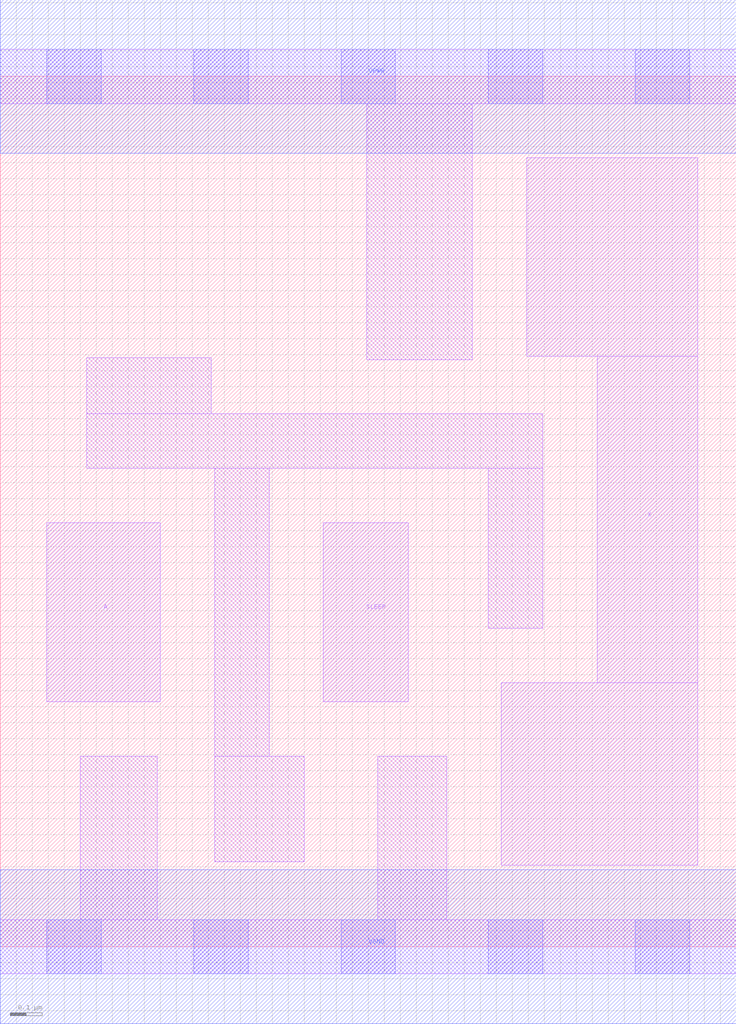
<source format=lef>
# Copyright 2020 The SkyWater PDK Authors
#
# Licensed under the Apache License, Version 2.0 (the "License");
# you may not use this file except in compliance with the License.
# You may obtain a copy of the License at
#
#     https://www.apache.org/licenses/LICENSE-2.0
#
# Unless required by applicable law or agreed to in writing, software
# distributed under the License is distributed on an "AS IS" BASIS,
# WITHOUT WARRANTIES OR CONDITIONS OF ANY KIND, either express or implied.
# See the License for the specific language governing permissions and
# limitations under the License.
#
# SPDX-License-Identifier: Apache-2.0

VERSION 5.7 ;
  NAMESCASESENSITIVE ON ;
  NOWIREEXTENSIONATPIN ON ;
  DIVIDERCHAR "/" ;
  BUSBITCHARS "[]" ;
UNITS
  DATABASE MICRONS 200 ;
END UNITS
MACRO sky130_fd_sc_hd__lpflow_inputiso1p_1
  CLASS CORE ;
  SOURCE USER ;
  FOREIGN sky130_fd_sc_hd__lpflow_inputiso1p_1 ;
  ORIGIN  0.000000  0.000000 ;
  SIZE  2.300000 BY  2.720000 ;
  SYMMETRY X Y R90 ;
  SITE unithd ;
  PIN A
    ANTENNAGATEAREA  0.126000 ;
    DIRECTION INPUT ;
    USE SIGNAL ;
    PORT
      LAYER li1 ;
        RECT 0.145000 0.765000 0.500000 1.325000 ;
    END
  END A
  PIN SLEEP
    ANTENNAGATEAREA  0.126000 ;
    DIRECTION INPUT ;
    USE SIGNAL ;
    PORT
      LAYER li1 ;
        RECT 1.010000 0.765000 1.275000 1.325000 ;
    END
  END SLEEP
  PIN X
    ANTENNADIFFAREA  0.509000 ;
    DIRECTION OUTPUT ;
    USE SIGNAL ;
    PORT
      LAYER li1 ;
        RECT 1.565000 0.255000 2.180000 0.825000 ;
        RECT 1.645000 1.845000 2.180000 2.465000 ;
        RECT 1.865000 0.825000 2.180000 1.845000 ;
    END
  END X
  PIN VGND
    DIRECTION INOUT ;
    SHAPE ABUTMENT ;
    USE GROUND ;
    PORT
      LAYER met1 ;
        RECT 0.000000 -0.240000 2.300000 0.240000 ;
    END
  END VGND
  PIN VPWR
    DIRECTION INOUT ;
    SHAPE ABUTMENT ;
    USE POWER ;
    PORT
      LAYER met1 ;
        RECT 0.000000 2.480000 2.300000 2.960000 ;
    END
  END VPWR
  OBS
    LAYER li1 ;
      RECT 0.000000 -0.085000 2.300000 0.085000 ;
      RECT 0.000000  2.635000 2.300000 2.805000 ;
      RECT 0.250000  0.085000 0.490000 0.595000 ;
      RECT 0.270000  1.495000 1.695000 1.665000 ;
      RECT 0.270000  1.665000 0.660000 1.840000 ;
      RECT 0.670000  0.265000 0.950000 0.595000 ;
      RECT 0.670000  0.595000 0.840000 1.495000 ;
      RECT 1.145000  1.835000 1.475000 2.635000 ;
      RECT 1.180000  0.085000 1.395000 0.595000 ;
      RECT 1.525000  0.995000 1.695000 1.495000 ;
    LAYER mcon ;
      RECT 0.145000 -0.085000 0.315000 0.085000 ;
      RECT 0.145000  2.635000 0.315000 2.805000 ;
      RECT 0.605000 -0.085000 0.775000 0.085000 ;
      RECT 0.605000  2.635000 0.775000 2.805000 ;
      RECT 1.065000 -0.085000 1.235000 0.085000 ;
      RECT 1.065000  2.635000 1.235000 2.805000 ;
      RECT 1.525000 -0.085000 1.695000 0.085000 ;
      RECT 1.525000  2.635000 1.695000 2.805000 ;
      RECT 1.985000 -0.085000 2.155000 0.085000 ;
      RECT 1.985000  2.635000 2.155000 2.805000 ;
  END
END sky130_fd_sc_hd__lpflow_inputiso1p_1
END LIBRARY

</source>
